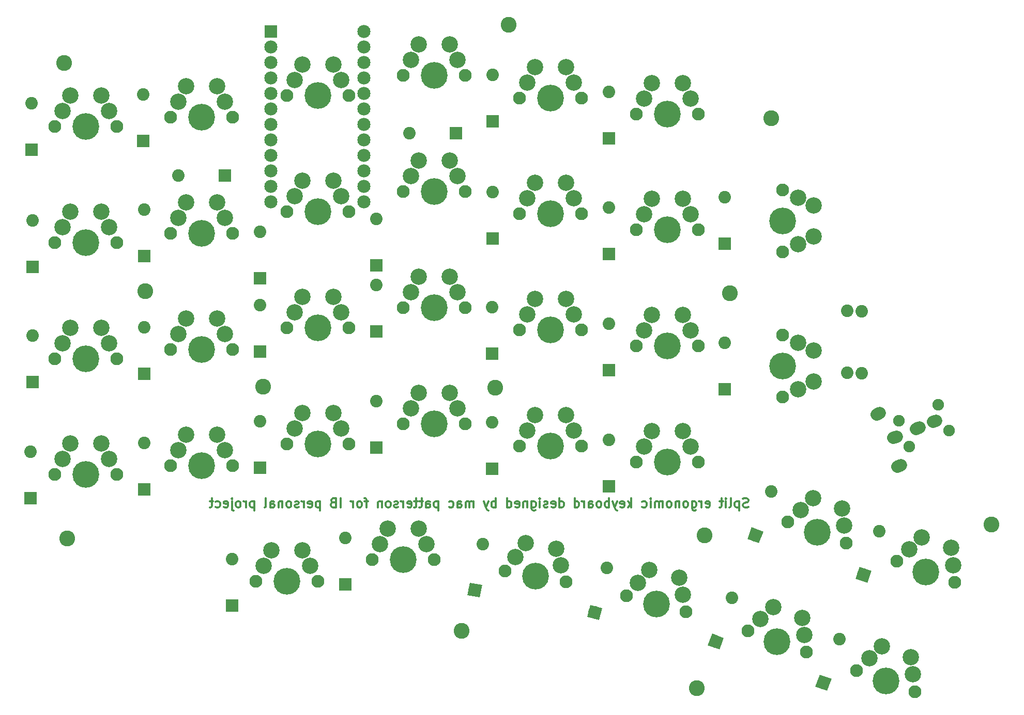
<source format=gbs>
G04 #@! TF.GenerationSoftware,KiCad,Pcbnew,(5.0.0)*
G04 #@! TF.CreationDate,2018-10-18T18:59:20-04:00*
G04 #@! TF.ProjectId,orthomac2,6F7274686F6D6163322E6B696361645F,rev?*
G04 #@! TF.SameCoordinates,Original*
G04 #@! TF.FileFunction,Soldermask,Bot*
G04 #@! TF.FilePolarity,Negative*
%FSLAX46Y46*%
G04 Gerber Fmt 4.6, Leading zero omitted, Abs format (unit mm)*
G04 Created by KiCad (PCBNEW (5.0.0)) date 10/18/18 18:59:20*
%MOMM*%
%LPD*%
G01*
G04 APERTURE LIST*
%ADD10C,0.300000*%
%ADD11C,2.152600*%
%ADD12R,2.152600X2.152600*%
%ADD13R,2.051000X2.051000*%
%ADD14C,2.051000*%
%ADD15C,0.100000*%
%ADD16C,2.686000*%
%ADD17C,4.387800*%
%ADD18C,2.101800*%
%ADD19C,1.900000*%
%ADD20C,2.000000*%
%ADD21C,2.000000*%
%ADD22C,2.600000*%
G04 APERTURE END LIST*
D10*
X158129464Y-99888392D02*
X157915178Y-99959821D01*
X157558035Y-99959821D01*
X157415178Y-99888392D01*
X157343750Y-99816964D01*
X157272321Y-99674107D01*
X157272321Y-99531250D01*
X157343750Y-99388392D01*
X157415178Y-99316964D01*
X157558035Y-99245535D01*
X157843750Y-99174107D01*
X157986607Y-99102678D01*
X158058035Y-99031250D01*
X158129464Y-98888392D01*
X158129464Y-98745535D01*
X158058035Y-98602678D01*
X157986607Y-98531250D01*
X157843750Y-98459821D01*
X157486607Y-98459821D01*
X157272321Y-98531250D01*
X156629464Y-98959821D02*
X156629464Y-100459821D01*
X156629464Y-99031250D02*
X156486607Y-98959821D01*
X156200892Y-98959821D01*
X156058035Y-99031250D01*
X155986607Y-99102678D01*
X155915178Y-99245535D01*
X155915178Y-99674107D01*
X155986607Y-99816964D01*
X156058035Y-99888392D01*
X156200892Y-99959821D01*
X156486607Y-99959821D01*
X156629464Y-99888392D01*
X155058035Y-99959821D02*
X155200892Y-99888392D01*
X155272321Y-99745535D01*
X155272321Y-98459821D01*
X154486607Y-99959821D02*
X154486607Y-98959821D01*
X154486607Y-98459821D02*
X154558035Y-98531250D01*
X154486607Y-98602678D01*
X154415178Y-98531250D01*
X154486607Y-98459821D01*
X154486607Y-98602678D01*
X153986607Y-98959821D02*
X153415178Y-98959821D01*
X153772321Y-98459821D02*
X153772321Y-99745535D01*
X153700892Y-99888392D01*
X153558035Y-99959821D01*
X153415178Y-99959821D01*
X151200892Y-99888392D02*
X151343750Y-99959821D01*
X151629464Y-99959821D01*
X151772321Y-99888392D01*
X151843750Y-99745535D01*
X151843750Y-99174107D01*
X151772321Y-99031250D01*
X151629464Y-98959821D01*
X151343750Y-98959821D01*
X151200892Y-99031250D01*
X151129464Y-99174107D01*
X151129464Y-99316964D01*
X151843750Y-99459821D01*
X150486607Y-99959821D02*
X150486607Y-98959821D01*
X150486607Y-99245535D02*
X150415178Y-99102678D01*
X150343750Y-99031250D01*
X150200892Y-98959821D01*
X150058035Y-98959821D01*
X148915178Y-98959821D02*
X148915178Y-100174107D01*
X148986607Y-100316964D01*
X149058035Y-100388392D01*
X149200892Y-100459821D01*
X149415178Y-100459821D01*
X149558035Y-100388392D01*
X148915178Y-99888392D02*
X149058035Y-99959821D01*
X149343750Y-99959821D01*
X149486607Y-99888392D01*
X149558035Y-99816964D01*
X149629464Y-99674107D01*
X149629464Y-99245535D01*
X149558035Y-99102678D01*
X149486607Y-99031250D01*
X149343750Y-98959821D01*
X149058035Y-98959821D01*
X148915178Y-99031250D01*
X147986607Y-99959821D02*
X148129464Y-99888392D01*
X148200892Y-99816964D01*
X148272321Y-99674107D01*
X148272321Y-99245535D01*
X148200892Y-99102678D01*
X148129464Y-99031250D01*
X147986607Y-98959821D01*
X147772321Y-98959821D01*
X147629464Y-99031250D01*
X147558035Y-99102678D01*
X147486607Y-99245535D01*
X147486607Y-99674107D01*
X147558035Y-99816964D01*
X147629464Y-99888392D01*
X147772321Y-99959821D01*
X147986607Y-99959821D01*
X146843750Y-98959821D02*
X146843750Y-99959821D01*
X146843750Y-99102678D02*
X146772321Y-99031250D01*
X146629464Y-98959821D01*
X146415178Y-98959821D01*
X146272321Y-99031250D01*
X146200892Y-99174107D01*
X146200892Y-99959821D01*
X145272321Y-99959821D02*
X145415178Y-99888392D01*
X145486607Y-99816964D01*
X145558035Y-99674107D01*
X145558035Y-99245535D01*
X145486607Y-99102678D01*
X145415178Y-99031250D01*
X145272321Y-98959821D01*
X145058035Y-98959821D01*
X144915178Y-99031250D01*
X144843750Y-99102678D01*
X144772321Y-99245535D01*
X144772321Y-99674107D01*
X144843750Y-99816964D01*
X144915178Y-99888392D01*
X145058035Y-99959821D01*
X145272321Y-99959821D01*
X144129464Y-99959821D02*
X144129464Y-98959821D01*
X144129464Y-99102678D02*
X144058035Y-99031250D01*
X143915178Y-98959821D01*
X143700892Y-98959821D01*
X143558035Y-99031250D01*
X143486607Y-99174107D01*
X143486607Y-99959821D01*
X143486607Y-99174107D02*
X143415178Y-99031250D01*
X143272321Y-98959821D01*
X143058035Y-98959821D01*
X142915178Y-99031250D01*
X142843750Y-99174107D01*
X142843750Y-99959821D01*
X142129464Y-99959821D02*
X142129464Y-98959821D01*
X142129464Y-98459821D02*
X142200892Y-98531250D01*
X142129464Y-98602678D01*
X142058035Y-98531250D01*
X142129464Y-98459821D01*
X142129464Y-98602678D01*
X140772321Y-99888392D02*
X140915178Y-99959821D01*
X141200892Y-99959821D01*
X141343750Y-99888392D01*
X141415178Y-99816964D01*
X141486607Y-99674107D01*
X141486607Y-99245535D01*
X141415178Y-99102678D01*
X141343750Y-99031250D01*
X141200892Y-98959821D01*
X140915178Y-98959821D01*
X140772321Y-99031250D01*
X138986607Y-99959821D02*
X138986607Y-98459821D01*
X138843750Y-99388392D02*
X138415178Y-99959821D01*
X138415178Y-98959821D02*
X138986607Y-99531250D01*
X137200892Y-99888392D02*
X137343750Y-99959821D01*
X137629464Y-99959821D01*
X137772321Y-99888392D01*
X137843750Y-99745535D01*
X137843750Y-99174107D01*
X137772321Y-99031250D01*
X137629464Y-98959821D01*
X137343750Y-98959821D01*
X137200892Y-99031250D01*
X137129464Y-99174107D01*
X137129464Y-99316964D01*
X137843750Y-99459821D01*
X136629464Y-98959821D02*
X136272321Y-99959821D01*
X135915178Y-98959821D02*
X136272321Y-99959821D01*
X136415178Y-100316964D01*
X136486607Y-100388392D01*
X136629464Y-100459821D01*
X135343750Y-99959821D02*
X135343750Y-98459821D01*
X135343750Y-99031250D02*
X135200892Y-98959821D01*
X134915178Y-98959821D01*
X134772321Y-99031250D01*
X134700892Y-99102678D01*
X134629464Y-99245535D01*
X134629464Y-99674107D01*
X134700892Y-99816964D01*
X134772321Y-99888392D01*
X134915178Y-99959821D01*
X135200892Y-99959821D01*
X135343750Y-99888392D01*
X133772321Y-99959821D02*
X133915178Y-99888392D01*
X133986607Y-99816964D01*
X134058035Y-99674107D01*
X134058035Y-99245535D01*
X133986607Y-99102678D01*
X133915178Y-99031250D01*
X133772321Y-98959821D01*
X133558035Y-98959821D01*
X133415178Y-99031250D01*
X133343750Y-99102678D01*
X133272321Y-99245535D01*
X133272321Y-99674107D01*
X133343750Y-99816964D01*
X133415178Y-99888392D01*
X133558035Y-99959821D01*
X133772321Y-99959821D01*
X131986607Y-99959821D02*
X131986607Y-99174107D01*
X132058035Y-99031250D01*
X132200892Y-98959821D01*
X132486607Y-98959821D01*
X132629464Y-99031250D01*
X131986607Y-99888392D02*
X132129464Y-99959821D01*
X132486607Y-99959821D01*
X132629464Y-99888392D01*
X132700892Y-99745535D01*
X132700892Y-99602678D01*
X132629464Y-99459821D01*
X132486607Y-99388392D01*
X132129464Y-99388392D01*
X131986607Y-99316964D01*
X131272321Y-99959821D02*
X131272321Y-98959821D01*
X131272321Y-99245535D02*
X131200892Y-99102678D01*
X131129464Y-99031250D01*
X130986607Y-98959821D01*
X130843750Y-98959821D01*
X129700892Y-99959821D02*
X129700892Y-98459821D01*
X129700892Y-99888392D02*
X129843750Y-99959821D01*
X130129464Y-99959821D01*
X130272321Y-99888392D01*
X130343750Y-99816964D01*
X130415178Y-99674107D01*
X130415178Y-99245535D01*
X130343750Y-99102678D01*
X130272321Y-99031250D01*
X130129464Y-98959821D01*
X129843750Y-98959821D01*
X129700892Y-99031250D01*
X127200892Y-99959821D02*
X127200892Y-98459821D01*
X127200892Y-99888392D02*
X127343750Y-99959821D01*
X127629464Y-99959821D01*
X127772321Y-99888392D01*
X127843750Y-99816964D01*
X127915178Y-99674107D01*
X127915178Y-99245535D01*
X127843750Y-99102678D01*
X127772321Y-99031250D01*
X127629464Y-98959821D01*
X127343750Y-98959821D01*
X127200892Y-99031250D01*
X125915178Y-99888392D02*
X126058035Y-99959821D01*
X126343750Y-99959821D01*
X126486607Y-99888392D01*
X126558035Y-99745535D01*
X126558035Y-99174107D01*
X126486607Y-99031250D01*
X126343750Y-98959821D01*
X126058035Y-98959821D01*
X125915178Y-99031250D01*
X125843750Y-99174107D01*
X125843750Y-99316964D01*
X126558035Y-99459821D01*
X125272321Y-99888392D02*
X125129464Y-99959821D01*
X124843750Y-99959821D01*
X124700892Y-99888392D01*
X124629464Y-99745535D01*
X124629464Y-99674107D01*
X124700892Y-99531250D01*
X124843750Y-99459821D01*
X125058035Y-99459821D01*
X125200892Y-99388392D01*
X125272321Y-99245535D01*
X125272321Y-99174107D01*
X125200892Y-99031250D01*
X125058035Y-98959821D01*
X124843750Y-98959821D01*
X124700892Y-99031250D01*
X123986607Y-99959821D02*
X123986607Y-98959821D01*
X123986607Y-98459821D02*
X124058035Y-98531250D01*
X123986607Y-98602678D01*
X123915178Y-98531250D01*
X123986607Y-98459821D01*
X123986607Y-98602678D01*
X122629464Y-98959821D02*
X122629464Y-100174107D01*
X122700892Y-100316964D01*
X122772321Y-100388392D01*
X122915178Y-100459821D01*
X123129464Y-100459821D01*
X123272321Y-100388392D01*
X122629464Y-99888392D02*
X122772321Y-99959821D01*
X123058035Y-99959821D01*
X123200892Y-99888392D01*
X123272321Y-99816964D01*
X123343750Y-99674107D01*
X123343750Y-99245535D01*
X123272321Y-99102678D01*
X123200892Y-99031250D01*
X123058035Y-98959821D01*
X122772321Y-98959821D01*
X122629464Y-99031250D01*
X121915178Y-98959821D02*
X121915178Y-99959821D01*
X121915178Y-99102678D02*
X121843750Y-99031250D01*
X121700892Y-98959821D01*
X121486607Y-98959821D01*
X121343750Y-99031250D01*
X121272321Y-99174107D01*
X121272321Y-99959821D01*
X119986607Y-99888392D02*
X120129464Y-99959821D01*
X120415178Y-99959821D01*
X120558035Y-99888392D01*
X120629464Y-99745535D01*
X120629464Y-99174107D01*
X120558035Y-99031250D01*
X120415178Y-98959821D01*
X120129464Y-98959821D01*
X119986607Y-99031250D01*
X119915178Y-99174107D01*
X119915178Y-99316964D01*
X120629464Y-99459821D01*
X118629464Y-99959821D02*
X118629464Y-98459821D01*
X118629464Y-99888392D02*
X118772321Y-99959821D01*
X119058035Y-99959821D01*
X119200892Y-99888392D01*
X119272321Y-99816964D01*
X119343750Y-99674107D01*
X119343750Y-99245535D01*
X119272321Y-99102678D01*
X119200892Y-99031250D01*
X119058035Y-98959821D01*
X118772321Y-98959821D01*
X118629464Y-99031250D01*
X116772321Y-99959821D02*
X116772321Y-98459821D01*
X116772321Y-99031250D02*
X116629464Y-98959821D01*
X116343750Y-98959821D01*
X116200892Y-99031250D01*
X116129464Y-99102678D01*
X116058035Y-99245535D01*
X116058035Y-99674107D01*
X116129464Y-99816964D01*
X116200892Y-99888392D01*
X116343750Y-99959821D01*
X116629464Y-99959821D01*
X116772321Y-99888392D01*
X115558035Y-98959821D02*
X115200892Y-99959821D01*
X114843750Y-98959821D02*
X115200892Y-99959821D01*
X115343750Y-100316964D01*
X115415178Y-100388392D01*
X115558035Y-100459821D01*
X113129464Y-99959821D02*
X113129464Y-98959821D01*
X113129464Y-99102678D02*
X113058035Y-99031250D01*
X112915178Y-98959821D01*
X112700892Y-98959821D01*
X112558035Y-99031250D01*
X112486607Y-99174107D01*
X112486607Y-99959821D01*
X112486607Y-99174107D02*
X112415178Y-99031250D01*
X112272321Y-98959821D01*
X112058035Y-98959821D01*
X111915178Y-99031250D01*
X111843750Y-99174107D01*
X111843750Y-99959821D01*
X110486607Y-99959821D02*
X110486607Y-99174107D01*
X110558035Y-99031250D01*
X110700892Y-98959821D01*
X110986607Y-98959821D01*
X111129464Y-99031250D01*
X110486607Y-99888392D02*
X110629464Y-99959821D01*
X110986607Y-99959821D01*
X111129464Y-99888392D01*
X111200892Y-99745535D01*
X111200892Y-99602678D01*
X111129464Y-99459821D01*
X110986607Y-99388392D01*
X110629464Y-99388392D01*
X110486607Y-99316964D01*
X109129464Y-99888392D02*
X109272321Y-99959821D01*
X109558035Y-99959821D01*
X109700892Y-99888392D01*
X109772321Y-99816964D01*
X109843750Y-99674107D01*
X109843750Y-99245535D01*
X109772321Y-99102678D01*
X109700892Y-99031250D01*
X109558035Y-98959821D01*
X109272321Y-98959821D01*
X109129464Y-99031250D01*
X107343750Y-98959821D02*
X107343750Y-100459821D01*
X107343750Y-99031250D02*
X107200892Y-98959821D01*
X106915178Y-98959821D01*
X106772321Y-99031250D01*
X106700892Y-99102678D01*
X106629464Y-99245535D01*
X106629464Y-99674107D01*
X106700892Y-99816964D01*
X106772321Y-99888392D01*
X106915178Y-99959821D01*
X107200892Y-99959821D01*
X107343750Y-99888392D01*
X105343750Y-99959821D02*
X105343750Y-99174107D01*
X105415178Y-99031250D01*
X105558035Y-98959821D01*
X105843750Y-98959821D01*
X105986607Y-99031250D01*
X105343750Y-99888392D02*
X105486607Y-99959821D01*
X105843750Y-99959821D01*
X105986607Y-99888392D01*
X106058035Y-99745535D01*
X106058035Y-99602678D01*
X105986607Y-99459821D01*
X105843750Y-99388392D01*
X105486607Y-99388392D01*
X105343750Y-99316964D01*
X104843750Y-98959821D02*
X104272321Y-98959821D01*
X104629464Y-98459821D02*
X104629464Y-99745535D01*
X104558035Y-99888392D01*
X104415178Y-99959821D01*
X104272321Y-99959821D01*
X103986607Y-98959821D02*
X103415178Y-98959821D01*
X103772321Y-98459821D02*
X103772321Y-99745535D01*
X103700892Y-99888392D01*
X103558035Y-99959821D01*
X103415178Y-99959821D01*
X102343750Y-99888392D02*
X102486607Y-99959821D01*
X102772321Y-99959821D01*
X102915178Y-99888392D01*
X102986607Y-99745535D01*
X102986607Y-99174107D01*
X102915178Y-99031250D01*
X102772321Y-98959821D01*
X102486607Y-98959821D01*
X102343750Y-99031250D01*
X102272321Y-99174107D01*
X102272321Y-99316964D01*
X102986607Y-99459821D01*
X101629464Y-99959821D02*
X101629464Y-98959821D01*
X101629464Y-99245535D02*
X101558035Y-99102678D01*
X101486607Y-99031250D01*
X101343750Y-98959821D01*
X101200892Y-98959821D01*
X100772321Y-99888392D02*
X100629464Y-99959821D01*
X100343750Y-99959821D01*
X100200892Y-99888392D01*
X100129464Y-99745535D01*
X100129464Y-99674107D01*
X100200892Y-99531250D01*
X100343750Y-99459821D01*
X100558035Y-99459821D01*
X100700892Y-99388392D01*
X100772321Y-99245535D01*
X100772321Y-99174107D01*
X100700892Y-99031250D01*
X100558035Y-98959821D01*
X100343750Y-98959821D01*
X100200892Y-99031250D01*
X99272321Y-99959821D02*
X99415178Y-99888392D01*
X99486607Y-99816964D01*
X99558035Y-99674107D01*
X99558035Y-99245535D01*
X99486607Y-99102678D01*
X99415178Y-99031250D01*
X99272321Y-98959821D01*
X99058035Y-98959821D01*
X98915178Y-99031250D01*
X98843750Y-99102678D01*
X98772321Y-99245535D01*
X98772321Y-99674107D01*
X98843750Y-99816964D01*
X98915178Y-99888392D01*
X99058035Y-99959821D01*
X99272321Y-99959821D01*
X98129464Y-98959821D02*
X98129464Y-99959821D01*
X98129464Y-99102678D02*
X98058035Y-99031250D01*
X97915178Y-98959821D01*
X97700892Y-98959821D01*
X97558035Y-99031250D01*
X97486607Y-99174107D01*
X97486607Y-99959821D01*
X95843750Y-98959821D02*
X95272321Y-98959821D01*
X95629464Y-99959821D02*
X95629464Y-98674107D01*
X95558035Y-98531250D01*
X95415178Y-98459821D01*
X95272321Y-98459821D01*
X94558035Y-99959821D02*
X94700892Y-99888392D01*
X94772321Y-99816964D01*
X94843750Y-99674107D01*
X94843750Y-99245535D01*
X94772321Y-99102678D01*
X94700892Y-99031250D01*
X94558035Y-98959821D01*
X94343750Y-98959821D01*
X94200892Y-99031250D01*
X94129464Y-99102678D01*
X94058035Y-99245535D01*
X94058035Y-99674107D01*
X94129464Y-99816964D01*
X94200892Y-99888392D01*
X94343750Y-99959821D01*
X94558035Y-99959821D01*
X93415178Y-99959821D02*
X93415178Y-98959821D01*
X93415178Y-99245535D02*
X93343750Y-99102678D01*
X93272321Y-99031250D01*
X93129464Y-98959821D01*
X92986607Y-98959821D01*
X91343750Y-99959821D02*
X91343750Y-98459821D01*
X90129464Y-99174107D02*
X89915178Y-99245535D01*
X89843750Y-99316964D01*
X89772321Y-99459821D01*
X89772321Y-99674107D01*
X89843750Y-99816964D01*
X89915178Y-99888392D01*
X90058035Y-99959821D01*
X90629464Y-99959821D01*
X90629464Y-98459821D01*
X90129464Y-98459821D01*
X89986607Y-98531250D01*
X89915178Y-98602678D01*
X89843750Y-98745535D01*
X89843750Y-98888392D01*
X89915178Y-99031250D01*
X89986607Y-99102678D01*
X90129464Y-99174107D01*
X90629464Y-99174107D01*
X87986607Y-98959821D02*
X87986607Y-100459821D01*
X87986607Y-99031250D02*
X87843750Y-98959821D01*
X87558035Y-98959821D01*
X87415178Y-99031250D01*
X87343750Y-99102678D01*
X87272321Y-99245535D01*
X87272321Y-99674107D01*
X87343750Y-99816964D01*
X87415178Y-99888392D01*
X87558035Y-99959821D01*
X87843750Y-99959821D01*
X87986607Y-99888392D01*
X86058035Y-99888392D02*
X86200892Y-99959821D01*
X86486607Y-99959821D01*
X86629464Y-99888392D01*
X86700892Y-99745535D01*
X86700892Y-99174107D01*
X86629464Y-99031250D01*
X86486607Y-98959821D01*
X86200892Y-98959821D01*
X86058035Y-99031250D01*
X85986607Y-99174107D01*
X85986607Y-99316964D01*
X86700892Y-99459821D01*
X85343750Y-99959821D02*
X85343750Y-98959821D01*
X85343750Y-99245535D02*
X85272321Y-99102678D01*
X85200892Y-99031250D01*
X85058035Y-98959821D01*
X84915178Y-98959821D01*
X84486607Y-99888392D02*
X84343750Y-99959821D01*
X84058035Y-99959821D01*
X83915178Y-99888392D01*
X83843750Y-99745535D01*
X83843750Y-99674107D01*
X83915178Y-99531250D01*
X84058035Y-99459821D01*
X84272321Y-99459821D01*
X84415178Y-99388392D01*
X84486607Y-99245535D01*
X84486607Y-99174107D01*
X84415178Y-99031250D01*
X84272321Y-98959821D01*
X84058035Y-98959821D01*
X83915178Y-99031250D01*
X82986607Y-99959821D02*
X83129464Y-99888392D01*
X83200892Y-99816964D01*
X83272321Y-99674107D01*
X83272321Y-99245535D01*
X83200892Y-99102678D01*
X83129464Y-99031250D01*
X82986607Y-98959821D01*
X82772321Y-98959821D01*
X82629464Y-99031250D01*
X82558035Y-99102678D01*
X82486607Y-99245535D01*
X82486607Y-99674107D01*
X82558035Y-99816964D01*
X82629464Y-99888392D01*
X82772321Y-99959821D01*
X82986607Y-99959821D01*
X81843750Y-98959821D02*
X81843750Y-99959821D01*
X81843750Y-99102678D02*
X81772321Y-99031250D01*
X81629464Y-98959821D01*
X81415178Y-98959821D01*
X81272321Y-99031250D01*
X81200892Y-99174107D01*
X81200892Y-99959821D01*
X79843750Y-99959821D02*
X79843750Y-99174107D01*
X79915178Y-99031250D01*
X80058035Y-98959821D01*
X80343750Y-98959821D01*
X80486607Y-99031250D01*
X79843750Y-99888392D02*
X79986607Y-99959821D01*
X80343750Y-99959821D01*
X80486607Y-99888392D01*
X80558035Y-99745535D01*
X80558035Y-99602678D01*
X80486607Y-99459821D01*
X80343750Y-99388392D01*
X79986607Y-99388392D01*
X79843750Y-99316964D01*
X78915178Y-99959821D02*
X79058035Y-99888392D01*
X79129464Y-99745535D01*
X79129464Y-98459821D01*
X77200892Y-98959821D02*
X77200892Y-100459821D01*
X77200892Y-99031250D02*
X77058035Y-98959821D01*
X76772321Y-98959821D01*
X76629464Y-99031250D01*
X76558035Y-99102678D01*
X76486607Y-99245535D01*
X76486607Y-99674107D01*
X76558035Y-99816964D01*
X76629464Y-99888392D01*
X76772321Y-99959821D01*
X77058035Y-99959821D01*
X77200892Y-99888392D01*
X75843750Y-99959821D02*
X75843750Y-98959821D01*
X75843750Y-99245535D02*
X75772321Y-99102678D01*
X75700892Y-99031250D01*
X75558035Y-98959821D01*
X75415178Y-98959821D01*
X74700892Y-99959821D02*
X74843750Y-99888392D01*
X74915178Y-99816964D01*
X74986607Y-99674107D01*
X74986607Y-99245535D01*
X74915178Y-99102678D01*
X74843750Y-99031250D01*
X74700892Y-98959821D01*
X74486607Y-98959821D01*
X74343750Y-99031250D01*
X74272321Y-99102678D01*
X74200892Y-99245535D01*
X74200892Y-99674107D01*
X74272321Y-99816964D01*
X74343750Y-99888392D01*
X74486607Y-99959821D01*
X74700892Y-99959821D01*
X73558035Y-98959821D02*
X73558035Y-100245535D01*
X73629464Y-100388392D01*
X73772321Y-100459821D01*
X73843750Y-100459821D01*
X73558035Y-98459821D02*
X73629464Y-98531250D01*
X73558035Y-98602678D01*
X73486607Y-98531250D01*
X73558035Y-98459821D01*
X73558035Y-98602678D01*
X72272321Y-99888392D02*
X72415178Y-99959821D01*
X72700892Y-99959821D01*
X72843750Y-99888392D01*
X72915178Y-99745535D01*
X72915178Y-99174107D01*
X72843750Y-99031250D01*
X72700892Y-98959821D01*
X72415178Y-98959821D01*
X72272321Y-99031250D01*
X72200892Y-99174107D01*
X72200892Y-99316964D01*
X72915178Y-99459821D01*
X70915178Y-99888392D02*
X71058035Y-99959821D01*
X71343750Y-99959821D01*
X71486607Y-99888392D01*
X71558035Y-99816964D01*
X71629464Y-99674107D01*
X71629464Y-99245535D01*
X71558035Y-99102678D01*
X71486607Y-99031250D01*
X71343750Y-98959821D01*
X71058035Y-98959821D01*
X70915178Y-99031250D01*
X70486607Y-98959821D02*
X69915178Y-98959821D01*
X70272321Y-98459821D02*
X70272321Y-99745535D01*
X70200892Y-99888392D01*
X70058035Y-99959821D01*
X69915178Y-99959821D01*
D11*
G04 #@! TO.C,M1*
X95182500Y-21936200D03*
X79942500Y-49876200D03*
X95182500Y-24476200D03*
X95182500Y-27016200D03*
X95182500Y-29556200D03*
X95182500Y-32096200D03*
X95182500Y-34636200D03*
X95182500Y-37176200D03*
X95182500Y-39716200D03*
X95182500Y-42256200D03*
X95182500Y-44796200D03*
X95182500Y-47336200D03*
X95182500Y-49876200D03*
X79942500Y-47336200D03*
X79942500Y-44796200D03*
X79942500Y-42256200D03*
X79942500Y-39716200D03*
X79942500Y-37176200D03*
X79942500Y-34636200D03*
X79942500Y-32096200D03*
X79942500Y-29556200D03*
X79942500Y-27016200D03*
X79942500Y-24476200D03*
D12*
X79942500Y-21936200D03*
G04 #@! TD*
D13*
G04 #@! TO.C,D26*
X135281000Y-96528800D03*
D14*
X135281000Y-88908800D03*
G04 #@! TD*
G04 #@! TO.C,D30*
X132982899Y-117211177D03*
D15*
G36*
X132257761Y-115955201D02*
X134238875Y-116486039D01*
X133708037Y-118467153D01*
X131726923Y-117936315D01*
X132257761Y-115955201D01*
X132257761Y-115955201D01*
G37*
D14*
X134955101Y-109850823D03*
G04 #@! TD*
D13*
G04 #@! TO.C,D13*
X154312000Y-56685000D03*
D14*
X154312000Y-49065000D03*
G04 #@! TD*
D13*
G04 #@! TO.C,D19*
X135281000Y-77497500D03*
D14*
X135281000Y-69877500D03*
G04 #@! TD*
D13*
G04 #@! TO.C,D20*
X154312000Y-80591200D03*
D14*
X154312000Y-72971200D03*
G04 #@! TD*
D13*
G04 #@! TO.C,D12*
X135281000Y-58372500D03*
D14*
X135281000Y-50752500D03*
G04 #@! TD*
D13*
G04 #@! TO.C,D6*
X135281000Y-39435000D03*
D14*
X135281000Y-31815000D03*
G04 #@! TD*
G04 #@! TO.C,D32*
X159290903Y-104549229D03*
D15*
G36*
X158677990Y-103234833D02*
X160605299Y-103936316D01*
X159903816Y-105863625D01*
X157976507Y-105162142D01*
X158677990Y-103234833D01*
X158677990Y-103234833D01*
G37*
D14*
X161897097Y-97388771D03*
G04 #@! TD*
G04 #@! TO.C,D31*
X152821903Y-121986229D03*
D15*
G36*
X152208990Y-120671833D02*
X154136299Y-121373316D01*
X153434816Y-123300625D01*
X151507507Y-122599142D01*
X152208990Y-120671833D01*
X152208990Y-120671833D01*
G37*
D14*
X155428097Y-114825771D03*
G04 #@! TD*
D13*
G04 #@! TO.C,D1*
X40781200Y-41310000D03*
D14*
X40781200Y-33690000D03*
G04 #@! TD*
D13*
G04 #@! TO.C,D2*
X59062500Y-39903800D03*
D14*
X59062500Y-32283800D03*
G04 #@! TD*
D13*
G04 #@! TO.C,D3*
X72435000Y-45562500D03*
D14*
X64815000Y-45562500D03*
G04 #@! TD*
D13*
G04 #@! TO.C,D4*
X110216000Y-38625000D03*
D14*
X102596000Y-38625000D03*
G04 #@! TD*
D13*
G04 #@! TO.C,D5*
X116250000Y-36622500D03*
D14*
X116250000Y-29002500D03*
G04 #@! TD*
D13*
G04 #@! TO.C,D7*
X40875000Y-60528800D03*
D14*
X40875000Y-52908800D03*
G04 #@! TD*
D13*
G04 #@! TO.C,D8*
X59156200Y-58747500D03*
D14*
X59156200Y-51127500D03*
G04 #@! TD*
D13*
G04 #@! TO.C,D9*
X78187500Y-62403800D03*
D14*
X78187500Y-54783800D03*
G04 #@! TD*
D13*
G04 #@! TO.C,D10*
X97218800Y-60247500D03*
D14*
X97218800Y-52627500D03*
G04 #@! TD*
D13*
G04 #@! TO.C,D11*
X116250000Y-55841200D03*
D14*
X116250000Y-48221200D03*
G04 #@! TD*
D13*
G04 #@! TO.C,D14*
X40875000Y-79372500D03*
D14*
X40875000Y-71752500D03*
G04 #@! TD*
D13*
G04 #@! TO.C,D15*
X59156200Y-78060000D03*
D14*
X59156200Y-70440000D03*
G04 #@! TD*
D13*
G04 #@! TO.C,D16*
X78187500Y-74403800D03*
D14*
X78187500Y-66783800D03*
G04 #@! TD*
D13*
G04 #@! TO.C,D17*
X97218800Y-71122500D03*
D14*
X97218800Y-63502500D03*
G04 #@! TD*
D13*
G04 #@! TO.C,D18*
X116156000Y-74778800D03*
D14*
X116156000Y-67158800D03*
G04 #@! TD*
D13*
G04 #@! TO.C,D21*
X40593800Y-98497500D03*
D14*
X40593800Y-90877500D03*
G04 #@! TD*
D13*
G04 #@! TO.C,D22*
X59156200Y-96997500D03*
D14*
X59156200Y-89377500D03*
G04 #@! TD*
D13*
G04 #@! TO.C,D23*
X78187500Y-93435000D03*
D14*
X78187500Y-85815000D03*
G04 #@! TD*
D13*
G04 #@! TO.C,D24*
X97218800Y-90153800D03*
D14*
X97218800Y-82533800D03*
G04 #@! TD*
D13*
G04 #@! TO.C,D25*
X116156000Y-93622500D03*
D14*
X116156000Y-86002500D03*
G04 #@! TD*
D13*
G04 #@! TO.C,D27*
X73593800Y-116029000D03*
D14*
X73593800Y-108409000D03*
G04 #@! TD*
D13*
G04 #@! TO.C,D28*
X92156200Y-112560000D03*
D14*
X92156200Y-104940000D03*
G04 #@! TD*
G04 #@! TO.C,D29*
X113338400Y-113533118D03*
D15*
G36*
X112506556Y-112345121D02*
X114526397Y-112701274D01*
X114170244Y-114721115D01*
X112150403Y-114364962D01*
X112506556Y-112345121D01*
X112506556Y-112345121D01*
G37*
D14*
X114661600Y-106028882D03*
G04 #@! TD*
G04 #@! TO.C,D33*
X177008903Y-111018229D03*
D15*
G36*
X176395990Y-109703833D02*
X178323299Y-110405316D01*
X177621816Y-112332625D01*
X175694507Y-111631142D01*
X176395990Y-109703833D01*
X176395990Y-109703833D01*
G37*
D14*
X179615097Y-103857771D03*
G04 #@! TD*
G04 #@! TO.C,D34*
X170446903Y-128736229D03*
D15*
G36*
X169833990Y-127421833D02*
X171761299Y-128123316D01*
X171059816Y-130050625D01*
X169132507Y-129349142D01*
X169833990Y-127421833D01*
X169833990Y-127421833D01*
G37*
D14*
X173053097Y-121575771D03*
G04 #@! TD*
D16*
G04 #@! TO.C,K20*
X166321000Y-80591200D03*
X168861000Y-74241200D03*
X168861000Y-79321200D03*
D17*
X163781000Y-76781200D03*
D16*
X166321000Y-72971200D03*
D18*
X163781000Y-81861200D03*
X163781000Y-71701200D03*
G04 #@! TD*
D16*
G04 #@! TO.C,K13*
X166321000Y-56778800D03*
X168861000Y-50428800D03*
X168861000Y-55508800D03*
D17*
X163781000Y-52968800D03*
D16*
X166321000Y-49158800D03*
D18*
X163781000Y-58048800D03*
X163781000Y-47888800D03*
G04 #@! TD*
G04 #@! TO.C,K21*
X44513800Y-94593800D03*
X54673800Y-94593800D03*
D16*
X45783800Y-92053800D03*
D17*
X49593800Y-94593800D03*
D16*
X52133800Y-89513800D03*
X47053800Y-89513800D03*
X53403800Y-92053800D03*
G04 #@! TD*
D18*
G04 #@! TO.C,K14*
X44513800Y-75562500D03*
X54673800Y-75562500D03*
D16*
X45783800Y-73022500D03*
D17*
X49593800Y-75562500D03*
D16*
X52133800Y-70482500D03*
X47053800Y-70482500D03*
X53403800Y-73022500D03*
G04 #@! TD*
D18*
G04 #@! TO.C,K7*
X44513800Y-56531200D03*
X54673800Y-56531200D03*
D16*
X45783800Y-53991200D03*
D17*
X49593800Y-56531200D03*
D16*
X52133800Y-51451200D03*
X47053800Y-51451200D03*
X53403800Y-53991200D03*
G04 #@! TD*
D18*
G04 #@! TO.C,K8*
X63545000Y-55031200D03*
X73705000Y-55031200D03*
D16*
X64815000Y-52491200D03*
D17*
X68625000Y-55031200D03*
D16*
X71165000Y-49951200D03*
X66085000Y-49951200D03*
X72435000Y-52491200D03*
G04 #@! TD*
D18*
G04 #@! TO.C,K15*
X63545000Y-74062500D03*
X73705000Y-74062500D03*
D16*
X64815000Y-71522500D03*
D17*
X68625000Y-74062500D03*
D16*
X71165000Y-68982500D03*
X66085000Y-68982500D03*
X72435000Y-71522500D03*
G04 #@! TD*
D18*
G04 #@! TO.C,K22*
X63545000Y-93093800D03*
X73705000Y-93093800D03*
D16*
X64815000Y-90553800D03*
D17*
X68625000Y-93093800D03*
D16*
X71165000Y-88013800D03*
X66085000Y-88013800D03*
X72435000Y-90553800D03*
G04 #@! TD*
D18*
G04 #@! TO.C,K23*
X82576200Y-89531200D03*
X92736200Y-89531200D03*
D16*
X83846200Y-86991200D03*
D17*
X87656200Y-89531200D03*
D16*
X90196200Y-84451200D03*
X85116200Y-84451200D03*
X91466200Y-86991200D03*
G04 #@! TD*
D18*
G04 #@! TO.C,K16*
X82576200Y-70500000D03*
X92736200Y-70500000D03*
D16*
X83846200Y-67960000D03*
D17*
X87656200Y-70500000D03*
D16*
X90196200Y-65420000D03*
X85116200Y-65420000D03*
X91466200Y-67960000D03*
G04 #@! TD*
D18*
G04 #@! TO.C,K9*
X82576200Y-51468800D03*
X92736200Y-51468800D03*
D16*
X83846200Y-48928800D03*
D17*
X87656200Y-51468800D03*
D16*
X90196200Y-46388800D03*
X85116200Y-46388800D03*
X91466200Y-48928800D03*
G04 #@! TD*
D18*
G04 #@! TO.C,K24*
X101608000Y-86250000D03*
X111768000Y-86250000D03*
D16*
X102878000Y-83710000D03*
D17*
X106688000Y-86250000D03*
D16*
X109228000Y-81170000D03*
X104148000Y-81170000D03*
X110498000Y-83710000D03*
G04 #@! TD*
D18*
G04 #@! TO.C,K17*
X101608000Y-67218800D03*
X111768000Y-67218800D03*
D16*
X102878000Y-64678800D03*
D17*
X106688000Y-67218800D03*
D16*
X109228000Y-62138800D03*
X104148000Y-62138800D03*
X110498000Y-64678800D03*
G04 #@! TD*
D18*
G04 #@! TO.C,K10*
X101608000Y-48187500D03*
X111768000Y-48187500D03*
D16*
X102878000Y-45647500D03*
D17*
X106688000Y-48187500D03*
D16*
X109228000Y-43107500D03*
X104148000Y-43107500D03*
X110498000Y-45647500D03*
G04 #@! TD*
D18*
G04 #@! TO.C,K11*
X120639000Y-51843800D03*
X130799000Y-51843800D03*
D16*
X121909000Y-49303800D03*
D17*
X125719000Y-51843800D03*
D16*
X128259000Y-46763800D03*
X123179000Y-46763800D03*
X129529000Y-49303800D03*
G04 #@! TD*
D18*
G04 #@! TO.C,K18*
X120639000Y-70875000D03*
X130799000Y-70875000D03*
D16*
X121909000Y-68335000D03*
D17*
X125719000Y-70875000D03*
D16*
X128259000Y-65795000D03*
X123179000Y-65795000D03*
X129529000Y-68335000D03*
G04 #@! TD*
D18*
G04 #@! TO.C,K25*
X120639000Y-89906200D03*
X130799000Y-89906200D03*
D16*
X121909000Y-87366200D03*
D17*
X125719000Y-89906200D03*
D16*
X128259000Y-84826200D03*
X123179000Y-84826200D03*
X129529000Y-87366200D03*
G04 #@! TD*
D18*
G04 #@! TO.C,K26*
X139764000Y-92531200D03*
X149924000Y-92531200D03*
D16*
X141034000Y-89991200D03*
D17*
X144844000Y-92531200D03*
D16*
X147384000Y-87451200D03*
X142304000Y-87451200D03*
X148654000Y-89991200D03*
G04 #@! TD*
D18*
G04 #@! TO.C,K19*
X139764000Y-73500000D03*
X149924000Y-73500000D03*
D16*
X141034000Y-70960000D03*
D17*
X144844000Y-73500000D03*
D16*
X147384000Y-68420000D03*
X142304000Y-68420000D03*
X148654000Y-70960000D03*
G04 #@! TD*
D18*
G04 #@! TO.C,K12*
X139764000Y-54468800D03*
X149924000Y-54468800D03*
D16*
X141034000Y-51928800D03*
D17*
X144844000Y-54468800D03*
D16*
X147384000Y-49388800D03*
X142304000Y-49388800D03*
X148654000Y-51928800D03*
G04 #@! TD*
D18*
G04 #@! TO.C,K31*
X158070361Y-120231538D03*
X167617639Y-123706462D03*
D16*
X160132502Y-118279084D03*
D17*
X162844000Y-121969000D03*
D16*
X166968283Y-118064093D03*
X162194643Y-116326630D03*
X167292960Y-120885277D03*
G04 #@! TD*
D18*
G04 #@! TO.C,K34*
X175882361Y-126700538D03*
X185429639Y-130175462D03*
D16*
X177944502Y-124748084D03*
D17*
X180656000Y-128438000D03*
D16*
X184780283Y-124533093D03*
X180006643Y-122795630D03*
X185104960Y-127354277D03*
G04 #@! TD*
D18*
G04 #@! TO.C,K33*
X182445361Y-108793538D03*
X191992639Y-112268462D03*
D16*
X184507502Y-106841084D03*
D17*
X187219000Y-110531000D03*
D16*
X191343283Y-106626093D03*
X186569643Y-104888630D03*
X191667960Y-109447277D03*
G04 #@! TD*
D18*
G04 #@! TO.C,K4*
X101608000Y-29156200D03*
X111768000Y-29156200D03*
D16*
X102878000Y-26616200D03*
D17*
X106688000Y-29156200D03*
D16*
X109228000Y-24076200D03*
X104148000Y-24076200D03*
X110498000Y-26616200D03*
G04 #@! TD*
D18*
G04 #@! TO.C,K1*
X44513800Y-37500000D03*
X54673800Y-37500000D03*
D16*
X45783800Y-34960000D03*
D17*
X49593800Y-37500000D03*
D16*
X52133800Y-32420000D03*
X47053800Y-32420000D03*
X53403800Y-34960000D03*
G04 #@! TD*
D18*
G04 #@! TO.C,K32*
X164632361Y-102324538D03*
X174179639Y-105799462D03*
D16*
X166694502Y-100372084D03*
D17*
X169406000Y-104062000D03*
D16*
X173530283Y-100157093D03*
X168756643Y-98419630D03*
X173854960Y-102978277D03*
G04 #@! TD*
D18*
G04 #@! TO.C,K30*
X138155097Y-114466199D03*
X147968903Y-117095801D03*
D16*
X140039223Y-112341448D03*
D17*
X143062000Y-115781000D03*
D16*
X146830252Y-111531497D03*
X141923349Y-110216696D03*
X147399578Y-114313649D03*
G04 #@! TD*
D18*
G04 #@! TO.C,K6*
X139764000Y-35437500D03*
X149924000Y-35437500D03*
D16*
X141034000Y-32897500D03*
D17*
X144844000Y-35437500D03*
D16*
X147384000Y-30357500D03*
X142304000Y-30357500D03*
X148654000Y-32897500D03*
G04 #@! TD*
D18*
G04 #@! TO.C,K2*
X63545000Y-36000000D03*
X73705000Y-36000000D03*
D16*
X64815000Y-33460000D03*
D17*
X68625000Y-36000000D03*
D16*
X71165000Y-30920000D03*
X66085000Y-30920000D03*
X72435000Y-33460000D03*
G04 #@! TD*
D18*
G04 #@! TO.C,K3*
X82576200Y-32437500D03*
X92736200Y-32437500D03*
D16*
X83846200Y-29897500D03*
D17*
X87656200Y-32437500D03*
D16*
X90196200Y-27357500D03*
X85116200Y-27357500D03*
X91466200Y-29897500D03*
G04 #@! TD*
D18*
G04 #@! TO.C,K5*
X120639000Y-32812500D03*
X130799000Y-32812500D03*
D16*
X121909000Y-30272500D03*
D17*
X125719000Y-32812500D03*
D16*
X128259000Y-27732500D03*
X123179000Y-27732500D03*
X129529000Y-30272500D03*
G04 #@! TD*
D18*
G04 #@! TO.C,K27*
X77513800Y-112125000D03*
X87673800Y-112125000D03*
D16*
X78783800Y-109585000D03*
D17*
X82593800Y-112125000D03*
D16*
X85133800Y-107045000D03*
X80053800Y-107045000D03*
X86403800Y-109585000D03*
G04 #@! TD*
D18*
G04 #@! TO.C,K28*
X96545000Y-108562000D03*
X106705000Y-108562000D03*
D16*
X97815000Y-106022000D03*
D17*
X101625000Y-108562000D03*
D16*
X104165000Y-103482000D03*
X99085000Y-103482000D03*
X105435000Y-106022000D03*
G04 #@! TD*
D18*
G04 #@! TO.C,K29*
X118278177Y-110398867D03*
X128283823Y-112163133D03*
D16*
X119969949Y-108117989D03*
D17*
X123281000Y-111281000D03*
D16*
X126664544Y-106719243D03*
X121661721Y-105837110D03*
X127474184Y-109441188D03*
G04 #@! TD*
D19*
G04 #@! TO.C,J1*
X184512814Y-90010339D03*
X191003100Y-87388094D03*
D20*
X182871012Y-93154299D03*
D21*
X183149167Y-93041917D02*
X182592857Y-93266681D01*
D20*
X179424632Y-84624209D03*
D21*
X179702787Y-84511827D02*
X179146477Y-84736591D01*
D20*
X182167725Y-88477188D03*
D21*
X182445880Y-88364806D02*
X181889570Y-88589570D01*
D20*
X188658014Y-85854940D03*
D21*
X188936169Y-85742558D02*
X188379859Y-85967322D01*
D19*
X182789626Y-85745293D03*
X189279911Y-83123049D03*
D20*
X185876460Y-86978761D03*
D21*
X186154615Y-86866379D02*
X185598305Y-87091143D01*
G04 #@! TD*
D14*
G04 #@! TO.C,R1*
X174382000Y-77887600D03*
X174382000Y-67727600D03*
G04 #@! TD*
G04 #@! TO.C,R2*
X176726000Y-67821300D03*
X176726000Y-77981300D03*
G04 #@! TD*
D22*
G04 #@! TO.C,h1*
X46031200Y-27093800D03*
G04 #@! TD*
G04 #@! TO.C,h3*
X161906000Y-36187500D03*
G04 #@! TD*
G04 #@! TO.C,h2*
X118875000Y-20812500D03*
G04 #@! TD*
G04 #@! TO.C,h8*
X46593800Y-105094000D03*
G04 #@! TD*
G04 #@! TO.C,h7*
X116719000Y-80343800D03*
G04 #@! TD*
G04 #@! TO.C,h11*
X198000000Y-102750000D03*
G04 #@! TD*
G04 #@! TO.C,h12*
X149718750Y-129656250D03*
G04 #@! TD*
G04 #@! TO.C,h9*
X111188000Y-120188000D03*
G04 #@! TD*
G04 #@! TO.C,h10*
X150938000Y-104531000D03*
G04 #@! TD*
G04 #@! TO.C,h6*
X78656200Y-80156200D03*
G04 #@! TD*
G04 #@! TO.C,h4*
X59343800Y-64500000D03*
G04 #@! TD*
G04 #@! TO.C,h5*
X155156000Y-64875000D03*
G04 #@! TD*
M02*

</source>
